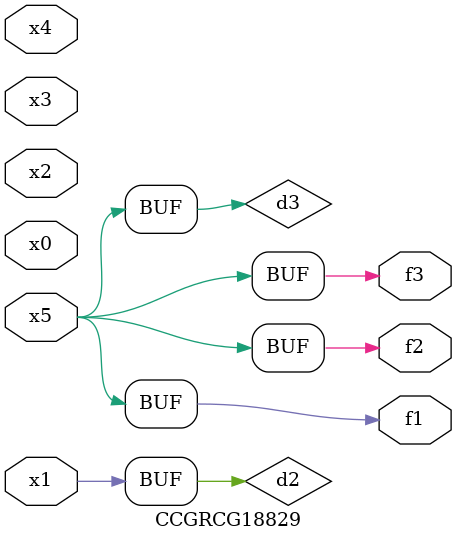
<source format=v>
module CCGRCG18829(
	input x0, x1, x2, x3, x4, x5,
	output f1, f2, f3
);

	wire d1, d2, d3;

	not (d1, x5);
	or (d2, x1);
	xnor (d3, d1);
	assign f1 = d3;
	assign f2 = d3;
	assign f3 = d3;
endmodule

</source>
